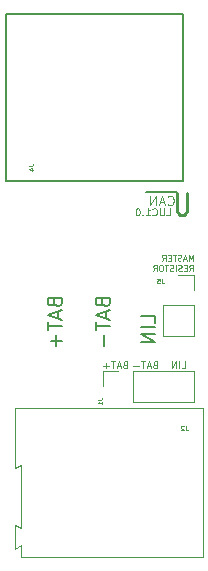
<source format=gbo>
G04 #@! TF.GenerationSoftware,KiCad,Pcbnew,(2018-02-16 revision c95340fba)-makepkg*
G04 #@! TF.CreationDate,2018-04-19T06:34:26+02:00*
G04 #@! TF.ProjectId,LIN_USB_CONVERTER,4C494E5F5553425F434F4E5645525445,rev?*
G04 #@! TF.SameCoordinates,Original*
G04 #@! TF.FileFunction,Legend,Bot*
G04 #@! TF.FilePolarity,Positive*
%FSLAX46Y46*%
G04 Gerber Fmt 4.6, Leading zero omitted, Abs format (unit mm)*
G04 Created by KiCad (PCBNEW (2018-02-16 revision c95340fba)-makepkg) date 04/19/18 06:34:26*
%MOMM*%
%LPD*%
G01*
G04 APERTURE LIST*
%ADD10C,0.125000*%
%ADD11C,0.100000*%
%ADD12C,0.175000*%
%ADD13C,0.250000*%
%ADD14C,0.200000*%
%ADD15C,0.120000*%
%ADD16C,0.150000*%
%ADD17C,0.090000*%
G04 APERTURE END LIST*
D10*
X157192190Y-90792690D02*
X157192190Y-90292690D01*
X157025523Y-90649833D01*
X156858857Y-90292690D01*
X156858857Y-90792690D01*
X156644571Y-90649833D02*
X156406476Y-90649833D01*
X156692190Y-90792690D02*
X156525523Y-90292690D01*
X156358857Y-90792690D01*
X156216000Y-90768880D02*
X156144571Y-90792690D01*
X156025523Y-90792690D01*
X155977904Y-90768880D01*
X155954095Y-90745071D01*
X155930285Y-90697452D01*
X155930285Y-90649833D01*
X155954095Y-90602214D01*
X155977904Y-90578404D01*
X156025523Y-90554595D01*
X156120761Y-90530785D01*
X156168380Y-90506976D01*
X156192190Y-90483166D01*
X156216000Y-90435547D01*
X156216000Y-90387928D01*
X156192190Y-90340309D01*
X156168380Y-90316500D01*
X156120761Y-90292690D01*
X156001714Y-90292690D01*
X155930285Y-90316500D01*
X155787428Y-90292690D02*
X155501714Y-90292690D01*
X155644571Y-90792690D02*
X155644571Y-90292690D01*
X155335047Y-90530785D02*
X155168380Y-90530785D01*
X155096952Y-90792690D02*
X155335047Y-90792690D01*
X155335047Y-90292690D01*
X155096952Y-90292690D01*
X154596952Y-90792690D02*
X154763619Y-90554595D01*
X154882666Y-90792690D02*
X154882666Y-90292690D01*
X154692190Y-90292690D01*
X154644571Y-90316500D01*
X154620761Y-90340309D01*
X154596952Y-90387928D01*
X154596952Y-90459357D01*
X154620761Y-90506976D01*
X154644571Y-90530785D01*
X154692190Y-90554595D01*
X154882666Y-90554595D01*
X156894571Y-91667690D02*
X157061238Y-91429595D01*
X157180285Y-91667690D02*
X157180285Y-91167690D01*
X156989809Y-91167690D01*
X156942190Y-91191500D01*
X156918380Y-91215309D01*
X156894571Y-91262928D01*
X156894571Y-91334357D01*
X156918380Y-91381976D01*
X156942190Y-91405785D01*
X156989809Y-91429595D01*
X157180285Y-91429595D01*
X156680285Y-91405785D02*
X156513619Y-91405785D01*
X156442190Y-91667690D02*
X156680285Y-91667690D01*
X156680285Y-91167690D01*
X156442190Y-91167690D01*
X156251714Y-91643880D02*
X156180285Y-91667690D01*
X156061238Y-91667690D01*
X156013619Y-91643880D01*
X155989809Y-91620071D01*
X155966000Y-91572452D01*
X155966000Y-91524833D01*
X155989809Y-91477214D01*
X156013619Y-91453404D01*
X156061238Y-91429595D01*
X156156476Y-91405785D01*
X156204095Y-91381976D01*
X156227904Y-91358166D01*
X156251714Y-91310547D01*
X156251714Y-91262928D01*
X156227904Y-91215309D01*
X156204095Y-91191500D01*
X156156476Y-91167690D01*
X156037428Y-91167690D01*
X155966000Y-91191500D01*
X155751714Y-91667690D02*
X155751714Y-91167690D01*
X155537428Y-91643880D02*
X155466000Y-91667690D01*
X155346952Y-91667690D01*
X155299333Y-91643880D01*
X155275523Y-91620071D01*
X155251714Y-91572452D01*
X155251714Y-91524833D01*
X155275523Y-91477214D01*
X155299333Y-91453404D01*
X155346952Y-91429595D01*
X155442190Y-91405785D01*
X155489809Y-91381976D01*
X155513619Y-91358166D01*
X155537428Y-91310547D01*
X155537428Y-91262928D01*
X155513619Y-91215309D01*
X155489809Y-91191500D01*
X155442190Y-91167690D01*
X155323142Y-91167690D01*
X155251714Y-91191500D01*
X155108857Y-91167690D02*
X154823142Y-91167690D01*
X154966000Y-91667690D02*
X154966000Y-91167690D01*
X154561238Y-91167690D02*
X154466000Y-91167690D01*
X154418380Y-91191500D01*
X154370761Y-91239119D01*
X154346952Y-91334357D01*
X154346952Y-91501023D01*
X154370761Y-91596261D01*
X154418380Y-91643880D01*
X154466000Y-91667690D01*
X154561238Y-91667690D01*
X154608857Y-91643880D01*
X154656476Y-91596261D01*
X154680285Y-91501023D01*
X154680285Y-91334357D01*
X154656476Y-91239119D01*
X154608857Y-91191500D01*
X154561238Y-91167690D01*
X153846952Y-91667690D02*
X154013619Y-91429595D01*
X154132666Y-91667690D02*
X154132666Y-91167690D01*
X153942190Y-91167690D01*
X153894571Y-91191500D01*
X153870761Y-91215309D01*
X153846952Y-91262928D01*
X153846952Y-91334357D01*
X153870761Y-91381976D01*
X153894571Y-91405785D01*
X153942190Y-91429595D01*
X154132666Y-91429595D01*
D11*
X156241428Y-99911428D02*
X156527142Y-99911428D01*
X156527142Y-99311428D01*
X156041428Y-99911428D02*
X156041428Y-99311428D01*
X155755714Y-99911428D02*
X155755714Y-99311428D01*
X155412857Y-99911428D01*
X155412857Y-99311428D01*
X153990285Y-99597142D02*
X153904571Y-99625714D01*
X153876000Y-99654285D01*
X153847428Y-99711428D01*
X153847428Y-99797142D01*
X153876000Y-99854285D01*
X153904571Y-99882857D01*
X153961714Y-99911428D01*
X154190285Y-99911428D01*
X154190285Y-99311428D01*
X153990285Y-99311428D01*
X153933142Y-99340000D01*
X153904571Y-99368571D01*
X153876000Y-99425714D01*
X153876000Y-99482857D01*
X153904571Y-99540000D01*
X153933142Y-99568571D01*
X153990285Y-99597142D01*
X154190285Y-99597142D01*
X153618857Y-99740000D02*
X153333142Y-99740000D01*
X153676000Y-99911428D02*
X153476000Y-99311428D01*
X153276000Y-99911428D01*
X153161714Y-99311428D02*
X152818857Y-99311428D01*
X152990285Y-99911428D02*
X152990285Y-99311428D01*
X152618857Y-99682857D02*
X152161714Y-99682857D01*
X151450285Y-99597142D02*
X151364571Y-99625714D01*
X151336000Y-99654285D01*
X151307428Y-99711428D01*
X151307428Y-99797142D01*
X151336000Y-99854285D01*
X151364571Y-99882857D01*
X151421714Y-99911428D01*
X151650285Y-99911428D01*
X151650285Y-99311428D01*
X151450285Y-99311428D01*
X151393142Y-99340000D01*
X151364571Y-99368571D01*
X151336000Y-99425714D01*
X151336000Y-99482857D01*
X151364571Y-99540000D01*
X151393142Y-99568571D01*
X151450285Y-99597142D01*
X151650285Y-99597142D01*
X151078857Y-99740000D02*
X150793142Y-99740000D01*
X151136000Y-99911428D02*
X150936000Y-99311428D01*
X150736000Y-99911428D01*
X150621714Y-99311428D02*
X150278857Y-99311428D01*
X150450285Y-99911428D02*
X150450285Y-99311428D01*
X150078857Y-99682857D02*
X149621714Y-99682857D01*
X149850285Y-99911428D02*
X149850285Y-99454285D01*
D12*
X153972857Y-96038892D02*
X153972857Y-95467464D01*
X152772857Y-95467464D01*
X153972857Y-96438892D02*
X152772857Y-96438892D01*
X153972857Y-97010321D02*
X152772857Y-97010321D01*
X153972857Y-97696035D01*
X152772857Y-97696035D01*
X149534285Y-94343464D02*
X149591428Y-94514892D01*
X149648571Y-94572035D01*
X149762857Y-94629178D01*
X149934285Y-94629178D01*
X150048571Y-94572035D01*
X150105714Y-94514892D01*
X150162857Y-94400607D01*
X150162857Y-93943464D01*
X148962857Y-93943464D01*
X148962857Y-94343464D01*
X149020000Y-94457750D01*
X149077142Y-94514892D01*
X149191428Y-94572035D01*
X149305714Y-94572035D01*
X149420000Y-94514892D01*
X149477142Y-94457750D01*
X149534285Y-94343464D01*
X149534285Y-93943464D01*
X149820000Y-95086321D02*
X149820000Y-95657750D01*
X150162857Y-94972035D02*
X148962857Y-95372035D01*
X150162857Y-95772035D01*
X148962857Y-96000607D02*
X148962857Y-96686321D01*
X150162857Y-96343464D02*
X148962857Y-96343464D01*
X149705714Y-97086321D02*
X149705714Y-98000607D01*
X145470285Y-94343464D02*
X145527428Y-94514892D01*
X145584571Y-94572035D01*
X145698857Y-94629178D01*
X145870285Y-94629178D01*
X145984571Y-94572035D01*
X146041714Y-94514892D01*
X146098857Y-94400607D01*
X146098857Y-93943464D01*
X144898857Y-93943464D01*
X144898857Y-94343464D01*
X144956000Y-94457750D01*
X145013142Y-94514892D01*
X145127428Y-94572035D01*
X145241714Y-94572035D01*
X145356000Y-94514892D01*
X145413142Y-94457750D01*
X145470285Y-94343464D01*
X145470285Y-93943464D01*
X145756000Y-95086321D02*
X145756000Y-95657750D01*
X146098857Y-94972035D02*
X144898857Y-95372035D01*
X146098857Y-95772035D01*
X144898857Y-96000607D02*
X144898857Y-96686321D01*
X146098857Y-96343464D02*
X144898857Y-96343464D01*
X145641714Y-97086321D02*
X145641714Y-98000607D01*
X146098857Y-97543464D02*
X145184571Y-97543464D01*
D11*
X154952591Y-86957994D02*
X155238305Y-86957994D01*
X155238305Y-86357994D01*
X154752591Y-86357994D02*
X154752591Y-86843708D01*
X154724019Y-86900851D01*
X154695448Y-86929423D01*
X154638305Y-86957994D01*
X154524019Y-86957994D01*
X154466876Y-86929423D01*
X154438305Y-86900851D01*
X154409734Y-86843708D01*
X154409734Y-86357994D01*
X153781162Y-86900851D02*
X153809734Y-86929423D01*
X153895448Y-86957994D01*
X153952591Y-86957994D01*
X154038305Y-86929423D01*
X154095448Y-86872280D01*
X154124019Y-86815137D01*
X154152591Y-86700851D01*
X154152591Y-86615137D01*
X154124019Y-86500851D01*
X154095448Y-86443708D01*
X154038305Y-86386566D01*
X153952591Y-86357994D01*
X153895448Y-86357994D01*
X153809734Y-86386566D01*
X153781162Y-86415137D01*
X153209734Y-86957994D02*
X153552591Y-86957994D01*
X153381162Y-86957994D02*
X153381162Y-86357994D01*
X153438305Y-86443708D01*
X153495448Y-86500851D01*
X153552591Y-86529423D01*
X152952591Y-86900851D02*
X152924019Y-86929423D01*
X152952591Y-86957994D01*
X152981162Y-86929423D01*
X152952591Y-86900851D01*
X152952591Y-86957994D01*
X152552591Y-86357994D02*
X152495448Y-86357994D01*
X152438305Y-86386566D01*
X152409734Y-86415137D01*
X152381162Y-86472280D01*
X152352591Y-86586566D01*
X152352591Y-86729423D01*
X152381162Y-86843708D01*
X152409734Y-86900851D01*
X152438305Y-86929423D01*
X152495448Y-86957994D01*
X152552591Y-86957994D01*
X152609734Y-86929423D01*
X152638305Y-86900851D01*
X152666876Y-86843708D01*
X152695448Y-86729423D01*
X152695448Y-86586566D01*
X152666876Y-86472280D01*
X152638305Y-86415137D01*
X152609734Y-86386566D01*
X152552591Y-86357994D01*
D13*
X155844962Y-85036489D02*
X155844962Y-86574585D01*
X155916391Y-86755537D01*
X155987819Y-86846013D01*
X156130676Y-86936489D01*
X156416391Y-86936489D01*
X156559248Y-86846013D01*
X156630676Y-86755537D01*
X156702105Y-86574585D01*
X156702105Y-85036489D01*
D11*
X155086019Y-86007080D02*
X155124114Y-86045175D01*
X155238400Y-86083270D01*
X155314591Y-86083270D01*
X155428876Y-86045175D01*
X155505067Y-85968985D01*
X155543162Y-85892794D01*
X155581257Y-85740413D01*
X155581257Y-85626127D01*
X155543162Y-85473746D01*
X155505067Y-85397556D01*
X155428876Y-85321366D01*
X155314591Y-85283270D01*
X155238400Y-85283270D01*
X155124114Y-85321366D01*
X155086019Y-85359461D01*
X154781257Y-85854699D02*
X154400305Y-85854699D01*
X154857448Y-86083270D02*
X154590781Y-85283270D01*
X154324114Y-86083270D01*
X154057448Y-86083270D02*
X154057448Y-85283270D01*
X153600305Y-86083270D01*
X153600305Y-85283270D01*
D14*
X155867134Y-85010166D02*
X153221534Y-85010166D01*
D15*
X157300000Y-100088000D02*
X157300000Y-102748000D01*
X152160000Y-100088000D02*
X157300000Y-100088000D01*
X152160000Y-102748000D02*
X157300000Y-102748000D01*
X152160000Y-100088000D02*
X152160000Y-102748000D01*
X150890000Y-100088000D02*
X149560000Y-100088000D01*
X149560000Y-100088000D02*
X149560000Y-101418000D01*
X158032000Y-103246000D02*
X158032000Y-115846000D01*
X158032000Y-115846000D02*
X142632000Y-115846000D01*
X142632000Y-115846000D02*
X142632000Y-114896000D01*
X142632000Y-114896000D02*
X142132000Y-115196000D01*
X142132000Y-115196000D02*
X142132000Y-113196000D01*
X142132000Y-113196000D02*
X142632000Y-113446000D01*
X142632000Y-113446000D02*
X142632000Y-108046000D01*
X142632000Y-108046000D02*
X142132000Y-108296000D01*
X142132000Y-108296000D02*
X142132000Y-103246000D01*
X142132000Y-103246000D02*
X158032000Y-103246000D01*
X157300000Y-97160000D02*
X154640000Y-97160000D01*
X157300000Y-94560000D02*
X157300000Y-97160000D01*
X154640000Y-94560000D02*
X154640000Y-97160000D01*
X157300000Y-94560000D02*
X154640000Y-94560000D01*
X157300000Y-93290000D02*
X157300000Y-91960000D01*
X157300000Y-91960000D02*
X155970000Y-91960000D01*
D16*
X156351860Y-84021120D02*
X156351860Y-69924120D01*
X141365860Y-69924120D02*
X141365860Y-84021120D01*
X156351860Y-84021120D02*
X141365860Y-84021120D01*
X156351860Y-69924120D02*
X141365860Y-69924120D01*
D17*
X149146952Y-102554666D02*
X149432666Y-102554666D01*
X149489809Y-102535619D01*
X149527904Y-102497523D01*
X149546952Y-102440380D01*
X149546952Y-102402285D01*
X149546952Y-102954666D02*
X149546952Y-102726095D01*
X149546952Y-102840380D02*
X149146952Y-102840380D01*
X149204095Y-102802285D01*
X149242190Y-102764190D01*
X149261238Y-102726095D01*
X156611333Y-104754952D02*
X156611333Y-105040666D01*
X156630380Y-105097809D01*
X156668476Y-105135904D01*
X156725619Y-105154952D01*
X156763714Y-105154952D01*
X156439904Y-104793047D02*
X156420857Y-104774000D01*
X156382761Y-104754952D01*
X156287523Y-104754952D01*
X156249428Y-104774000D01*
X156230380Y-104793047D01*
X156211333Y-104831142D01*
X156211333Y-104869238D01*
X156230380Y-104926380D01*
X156458952Y-105154952D01*
X156211333Y-105154952D01*
X154579333Y-92308952D02*
X154579333Y-92594666D01*
X154598380Y-92651809D01*
X154636476Y-92689904D01*
X154693619Y-92708952D01*
X154731714Y-92708952D01*
X154198380Y-92308952D02*
X154388857Y-92308952D01*
X154407904Y-92499428D01*
X154388857Y-92480380D01*
X154350761Y-92461333D01*
X154255523Y-92461333D01*
X154217428Y-92480380D01*
X154198380Y-92499428D01*
X154179333Y-92537523D01*
X154179333Y-92632761D01*
X154198380Y-92670857D01*
X154217428Y-92689904D01*
X154255523Y-92708952D01*
X154350761Y-92708952D01*
X154388857Y-92689904D01*
X154407904Y-92670857D01*
X143304952Y-82742666D02*
X143590666Y-82742666D01*
X143647809Y-82723619D01*
X143685904Y-82685523D01*
X143704952Y-82628380D01*
X143704952Y-82590285D01*
X143438285Y-83104571D02*
X143704952Y-83104571D01*
X143285904Y-83009333D02*
X143571619Y-82914095D01*
X143571619Y-83161714D01*
M02*

</source>
